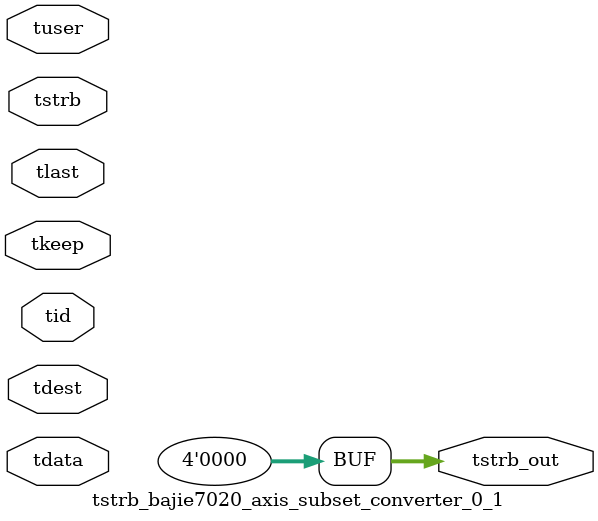
<source format=v>


`timescale 1ps/1ps

module tstrb_bajie7020_axis_subset_converter_0_1 #
(
parameter C_S_AXIS_TDATA_WIDTH = 32,
parameter C_S_AXIS_TUSER_WIDTH = 0,
parameter C_S_AXIS_TID_WIDTH   = 0,
parameter C_S_AXIS_TDEST_WIDTH = 0,
parameter C_M_AXIS_TDATA_WIDTH = 32
)
(
input  [(C_S_AXIS_TDATA_WIDTH == 0 ? 1 : C_S_AXIS_TDATA_WIDTH)-1:0     ] tdata,
input  [(C_S_AXIS_TUSER_WIDTH == 0 ? 1 : C_S_AXIS_TUSER_WIDTH)-1:0     ] tuser,
input  [(C_S_AXIS_TID_WIDTH   == 0 ? 1 : C_S_AXIS_TID_WIDTH)-1:0       ] tid,
input  [(C_S_AXIS_TDEST_WIDTH == 0 ? 1 : C_S_AXIS_TDEST_WIDTH)-1:0     ] tdest,
input  [(C_S_AXIS_TDATA_WIDTH/8)-1:0 ] tkeep,
input  [(C_S_AXIS_TDATA_WIDTH/8)-1:0 ] tstrb,
input                                                                    tlast,
output [(C_M_AXIS_TDATA_WIDTH/8)-1:0 ] tstrb_out
);

assign tstrb_out = {1'b0};

endmodule


</source>
